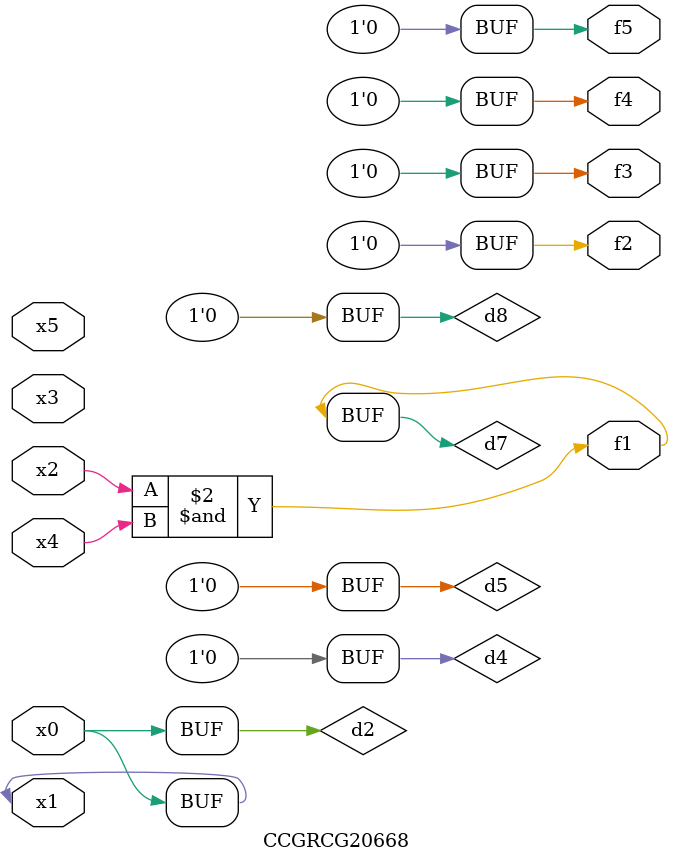
<source format=v>
module CCGRCG20668(
	input x0, x1, x2, x3, x4, x5,
	output f1, f2, f3, f4, f5
);

	wire d1, d2, d3, d4, d5, d6, d7, d8, d9;

	nand (d1, x1);
	buf (d2, x0, x1);
	nand (d3, x2, x4);
	and (d4, d1, d2);
	and (d5, d1, d2);
	nand (d6, d1, d3);
	not (d7, d3);
	xor (d8, d5);
	nor (d9, d5, d6);
	assign f1 = d7;
	assign f2 = d8;
	assign f3 = d8;
	assign f4 = d8;
	assign f5 = d8;
endmodule

</source>
